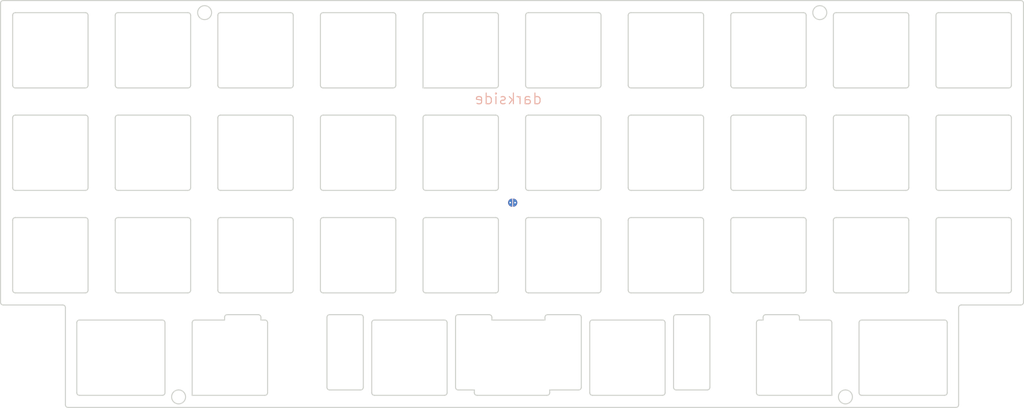
<source format=kicad_pcb>
(kicad_pcb (version 20171130) (host pcbnew "(5.1.4-0-10_14)")

  (general
    (thickness 1.6)
    (drawings 354)
    (tracks 0)
    (zones 0)
    (modules 1)
    (nets 3)
  )

  (page A4)
  (layers
    (0 F.Cu signal)
    (31 B.Cu signal)
    (32 B.Adhes user)
    (33 F.Adhes user)
    (34 B.Paste user)
    (35 F.Paste user)
    (36 B.SilkS user)
    (37 F.SilkS user)
    (38 B.Mask user)
    (39 F.Mask user)
    (40 Dwgs.User user)
    (41 Cmts.User user)
    (42 Eco1.User user)
    (43 Eco2.User user)
    (44 Edge.Cuts user)
    (45 Margin user)
    (46 B.CrtYd user)
    (47 F.CrtYd user)
    (48 B.Fab user)
    (49 F.Fab user)
  )

  (setup
    (last_trace_width 0.25)
    (trace_clearance 0.2)
    (zone_clearance 0.508)
    (zone_45_only no)
    (trace_min 0.2)
    (via_size 0.8)
    (via_drill 0.4)
    (via_min_size 0.4)
    (via_min_drill 0.3)
    (uvia_size 0.3)
    (uvia_drill 0.1)
    (uvias_allowed no)
    (uvia_min_size 0.2)
    (uvia_min_drill 0.1)
    (edge_width 0.05)
    (segment_width 0.2)
    (pcb_text_width 0.3)
    (pcb_text_size 1.5 1.5)
    (mod_edge_width 0.12)
    (mod_text_size 1 1)
    (mod_text_width 0.15)
    (pad_size 1.524 1.524)
    (pad_drill 0.762)
    (pad_to_mask_clearance 0.051)
    (solder_mask_min_width 0.25)
    (aux_axis_origin 0 0)
    (visible_elements FFFFFF7F)
    (pcbplotparams
      (layerselection 0x010fc_ffffffff)
      (usegerberextensions false)
      (usegerberattributes false)
      (usegerberadvancedattributes false)
      (creategerberjobfile false)
      (excludeedgelayer true)
      (linewidth 0.100000)
      (plotframeref false)
      (viasonmask false)
      (mode 1)
      (useauxorigin false)
      (hpglpennumber 1)
      (hpglpenspeed 20)
      (hpglpendiameter 15.000000)
      (psnegative false)
      (psa4output false)
      (plotreference true)
      (plotvalue true)
      (plotinvisibletext false)
      (padsonsilk false)
      (subtractmaskfromsilk false)
      (outputformat 1)
      (mirror false)
      (drillshape 0)
      (scaleselection 1)
      (outputdirectory "gerbers/33_skeleton_top_plate/"))
  )

  (net 0 "")
  (net 1 "Net-(JP1-Pad2)")
  (net 2 "Net-(JP1-Pad1)")

  (net_class Default "This is the default net class."
    (clearance 0.2)
    (trace_width 0.25)
    (via_dia 0.8)
    (via_drill 0.4)
    (uvia_dia 0.3)
    (uvia_drill 0.1)
    (add_net "Net-(JP1-Pad1)")
    (add_net "Net-(JP1-Pad2)")
  )

  (module Keebio-Parts:solder_jumper (layer F.Cu) (tedit 5699098E) (tstamp 5F3B4B7F)
    (at 166.25 93.125)
    (path /5F3B4BBC)
    (solder_mask_margin 0.001)
    (solder_paste_margin -0.02)
    (clearance 0.001)
    (fp_text reference JP1 (at -0.508 1.016) (layer Cmts.User) hide
      (effects (font (size 0.3 0.3) (thickness 0.03)))
    )
    (fp_text value Jumper_NO_Small (at 0 -1.524) (layer F.SilkS) hide
      (effects (font (size 0.4 0.4) (thickness 0.04)))
    )
    (fp_poly (pts (xy 0.1 0.75) (xy 0.3565 0.7048) (xy 0.5821 0.5745) (xy 0.7495 0.375)
      (xy 0.8386 0.1302) (xy 0.8386 -0.1302) (xy 0.7495 -0.375) (xy 0.5821 -0.5745)
      (xy 0.3565 -0.7048) (xy 0.1 -0.75) (xy 0.1 0.75)) (layer B.Cu) (width 0.01))
    (fp_poly (pts (xy -0.1 -0.75) (xy -0.3565 -0.7048) (xy -0.5821 -0.5745) (xy -0.7495 -0.375)
      (xy -0.8386 -0.1302) (xy -0.8386 0.1302) (xy -0.7495 0.375) (xy -0.5821 0.5745)
      (xy -0.3565 0.7048) (xy -0.1 0.75) (xy -0.1 -0.75)) (layer B.Cu) (width 0.01))
    (fp_poly (pts (xy 0.1 0.75) (xy 0.3565 0.7048) (xy 0.5821 0.5745) (xy 0.7495 0.375)
      (xy 0.8386 0.1302) (xy 0.8386 -0.1302) (xy 0.7495 -0.375) (xy 0.5821 -0.5745)
      (xy 0.3565 -0.7048) (xy 0.1 -0.75) (xy 0.1 0.75)) (layer F.Cu) (width 0.01))
    (fp_poly (pts (xy -0.1 -0.75) (xy -0.3565 -0.7048) (xy -0.5821 -0.5745) (xy -0.7495 -0.375)
      (xy -0.8386 -0.1302) (xy -0.8386 0.1302) (xy -0.7495 0.375) (xy -0.5821 0.5745)
      (xy -0.3565 0.7048) (xy -0.1 0.75) (xy -0.1 -0.75)) (layer F.Cu) (width 0.01))
    (pad 2 thru_hole circle (at 0.45 0) (size 0.4 0.4) (drill 0.3) (layers *.Cu *.Mask)
      (net 1 "Net-(JP1-Pad2)"))
    (pad 1 thru_hole circle (at -0.45 0) (size 0.4 0.4) (drill 0.3) (layers *.Cu *.Mask)
      (net 2 "Net-(JP1-Pad1)"))
  )

  (gr_text darkside (at 165.425 73.825) (layer B.SilkS)
    (effects (font (size 2 2) (thickness 0.2)) (justify mirror))
  )
  (gr_arc (start 144.05 109.4) (end 144.05 109.900001) (angle -90) (layer Edge.Cuts) (width 0.2))
  (gr_line (start 131.049999 109.900001) (end 144.05 109.900001) (layer Edge.Cuts) (width 0.2))
  (gr_arc (start 107.2375 115.450001) (end 107.2375 114.950001) (angle -90) (layer Edge.Cuts) (width 0.2))
  (gr_arc (start 92.95 96.400001) (end 92.95 95.900001) (angle -90) (layer Edge.Cuts) (width 0.2))
  (gr_line (start 105.949999 95.9) (end 92.95 95.900001) (layer Edge.Cuts) (width 0.2))
  (gr_arc (start 105.949999 96.400001) (end 106.45 96.400001) (angle -90) (layer Edge.Cuts) (width 0.2))
  (gr_line (start 106.449999 109.400001) (end 106.45 96.400001) (layer Edge.Cuts) (width 0.2))
  (gr_arc (start 105.949999 109.400001) (end 105.949999 109.900001) (angle -90) (layer Edge.Cuts) (width 0.2))
  (gr_arc (start 201.2 77.350001) (end 201.7 77.350001) (angle -90) (layer Edge.Cuts) (width 0.2))
  (gr_line (start 201.7 90.35) (end 201.7 77.350001) (layer Edge.Cuts) (width 0.2))
  (gr_arc (start 140.575 115.450001) (end 140.575 114.950001) (angle -90) (layer Edge.Cuts) (width 0.2))
  (gr_line (start 85.80625 128.950001) (end 101.1875 128.950001) (layer Edge.Cuts) (width 0.2))
  (gr_circle (center 104.2125 129.240001) (end 105.5125 129.240001) (layer Edge.Cuts) (width 0.2))
  (gr_line (start 124.999999 109.900001) (end 111.999999 109.900001) (layer Edge.Cuts) (width 0.2))
  (gr_arc (start 124.999999 109.400001) (end 124.999999 109.900001) (angle -90) (layer Edge.Cuts) (width 0.2))
  (gr_line (start 125.5 96.400001) (end 125.499999 109.400001) (layer Edge.Cuts) (width 0.2))
  (gr_line (start 153.575 114.950001) (end 140.575 114.950001) (layer Edge.Cuts) (width 0.2))
  (gr_arc (start 153.575 115.450001) (end 154.075 115.450001) (angle -90) (layer Edge.Cuts) (width 0.2))
  (gr_line (start 154.075 128.450001) (end 154.075 115.450001) (layer Edge.Cuts) (width 0.2))
  (gr_arc (start 153.575 128.450001) (end 153.575 128.950001) (angle -90) (layer Edge.Cuts) (width 0.2))
  (gr_line (start 140.575 128.950001) (end 153.575 128.950001) (layer Edge.Cuts) (width 0.2))
  (gr_arc (start 140.575 128.450002) (end 140.075 128.450001) (angle -90) (layer Edge.Cuts) (width 0.2))
  (gr_line (start 140.075 115.450001) (end 140.075 128.450001) (layer Edge.Cuts) (width 0.2))
  (gr_arc (start 132.262 114.450001) (end 132.262 113.950001) (angle -90) (layer Edge.Cuts) (width 0.2))
  (gr_line (start 138.012 113.950001) (end 132.262 113.950001) (layer Edge.Cuts) (width 0.2))
  (gr_arc (start 138.012 114.450001) (end 138.512 114.450001) (angle -90) (layer Edge.Cuts) (width 0.2))
  (gr_line (start 138.511999 127.45) (end 138.512 114.450001) (layer Edge.Cuts) (width 0.2))
  (gr_arc (start 138.011999 127.450001) (end 138.012 127.950001) (angle -90) (layer Edge.Cuts) (width 0.2))
  (gr_line (start 220.25 90.850001) (end 207.25 90.850001) (layer Edge.Cuts) (width 0.2))
  (gr_arc (start 220.25 90.350001) (end 220.25 90.850001) (angle -90) (layer Edge.Cuts) (width 0.2))
  (gr_line (start 220.75 77.350001) (end 220.749999 90.350001) (layer Edge.Cuts) (width 0.2))
  (gr_arc (start 220.25 77.350001) (end 220.75 77.350001) (angle -90) (layer Edge.Cuts) (width 0.2))
  (gr_line (start 207.249999 76.850001) (end 220.25 76.850001) (layer Edge.Cuts) (width 0.2))
  (gr_arc (start 207.25 77.35) (end 207.249999 76.850001) (angle -90) (layer Edge.Cuts) (width 0.2))
  (gr_arc (start 144.05 71.3) (end 144.05 71.8) (angle -90) (layer Edge.Cuts) (width 0.2))
  (gr_line (start 131.05 71.8) (end 144.05 71.8) (layer Edge.Cuts) (width 0.2))
  (gr_arc (start 131.05 71.3) (end 130.55 71.3) (angle -90) (layer Edge.Cuts) (width 0.2))
  (gr_line (start 130.55 58.300001) (end 130.55 71.3) (layer Edge.Cuts) (width 0.2))
  (gr_arc (start 131.05 58.300001) (end 131.05 57.800001) (angle -90) (layer Edge.Cuts) (width 0.2))
  (gr_line (start 144.05 57.800001) (end 131.05 57.800001) (layer Edge.Cuts) (width 0.2))
  (gr_arc (start 144.05 58.300002) (end 144.55 58.300001) (angle -90) (layer Edge.Cuts) (width 0.2))
  (gr_line (start 144.55 71.3) (end 144.55 58.300001) (layer Edge.Cuts) (width 0.2))
  (gr_line (start 149.6 71.8) (end 149.6 58.300001) (layer Edge.Cuts) (width 0.2))
  (gr_line (start 163.1 71.8) (end 149.6 71.8) (layer Edge.Cuts) (width 0.2))
  (gr_arc (start 163.1 71.3) (end 163.1 71.8) (angle -90) (layer Edge.Cuts) (width 0.2))
  (gr_line (start 163.6 58.300001) (end 163.6 71.3) (layer Edge.Cuts) (width 0.2))
  (gr_arc (start 163.1 58.300002) (end 163.6 58.300001) (angle -90) (layer Edge.Cuts) (width 0.2))
  (gr_line (start 150.1 57.800001) (end 163.1 57.800001) (layer Edge.Cuts) (width 0.2))
  (gr_arc (start 150.1 58.300001) (end 150.1 57.800001) (angle -90) (layer Edge.Cuts) (width 0.2))
  (gr_line (start 112 57.800001) (end 124.999999 57.8) (layer Edge.Cuts) (width 0.2))
  (gr_arc (start 112 58.300002) (end 112 57.800001) (angle -90) (layer Edge.Cuts) (width 0.2))
  (gr_line (start 111.5 71.3) (end 111.5 58.300001) (layer Edge.Cuts) (width 0.2))
  (gr_arc (start 112 71.3) (end 111.5 71.3) (angle -90) (layer Edge.Cuts) (width 0.2))
  (gr_line (start 124.999999 71.8) (end 112 71.8) (layer Edge.Cuts) (width 0.2))
  (gr_line (start 124.999999 76.85) (end 112 76.850001) (layer Edge.Cuts) (width 0.2))
  (gr_line (start 206.75 90.35) (end 206.750001 77.350001) (layer Edge.Cuts) (width 0.2))
  (gr_arc (start 207.25 90.350001) (end 206.75 90.35) (angle -90) (layer Edge.Cuts) (width 0.2))
  (gr_line (start 112.75 114.950001) (end 107.2375 114.950001) (layer Edge.Cuts) (width 0.2))
  (gr_line (start 112.75 114.450001) (end 112.75 114.950001) (layer Edge.Cuts) (width 0.2))
  (gr_arc (start 113.25 114.450002) (end 113.25 113.950001) (angle -90) (layer Edge.Cuts) (width 0.2))
  (gr_line (start 119 113.950001) (end 113.25 113.950001) (layer Edge.Cuts) (width 0.2))
  (gr_arc (start 119 114.450002) (end 119.5 114.450001) (angle -90) (layer Edge.Cuts) (width 0.2))
  (gr_line (start 119.5 114.950001) (end 119.5 114.450001) (layer Edge.Cuts) (width 0.2))
  (gr_line (start 120.2375 114.950001) (end 119.5 114.950001) (layer Edge.Cuts) (width 0.2))
  (gr_arc (start 120.2375 115.450001) (end 120.7375 115.450001) (angle -90) (layer Edge.Cuts) (width 0.2))
  (gr_line (start 120.737499 128.45) (end 120.7375 115.450001) (layer Edge.Cuts) (width 0.2))
  (gr_arc (start 120.237499 128.450001) (end 120.2375 128.950001) (angle -90) (layer Edge.Cuts) (width 0.2))
  (gr_line (start 106.7375 128.950001) (end 120.2375 128.950001) (layer Edge.Cuts) (width 0.2))
  (gr_line (start 106.7375 115.450001) (end 106.7375 128.950001) (layer Edge.Cuts) (width 0.2))
  (gr_line (start 178.99325 114.450001) (end 178.993249 127.45) (layer Edge.Cuts) (width 0.2))
  (gr_arc (start 178.49325 114.450001) (end 178.99325 114.450001) (angle -90) (layer Edge.Cuts) (width 0.2))
  (gr_line (start 73.4 71.3) (end 73.399999 58.3) (layer Edge.Cuts) (width 0.2))
  (gr_arc (start 73.9 71.3) (end 73.4 71.3) (angle -90) (layer Edge.Cuts) (width 0.2))
  (gr_line (start 86.9 109.900001) (end 73.899999 109.900001) (layer Edge.Cuts) (width 0.2))
  (gr_arc (start 86.899999 109.400001) (end 86.9 109.900001) (angle -90) (layer Edge.Cuts) (width 0.2))
  (gr_line (start 87.4 96.400001) (end 87.399999 109.4) (layer Edge.Cuts) (width 0.2))
  (gr_arc (start 86.899999 96.400001) (end 87.4 96.400001) (angle -90) (layer Edge.Cuts) (width 0.2))
  (gr_line (start 73.9 95.900001) (end 86.899999 95.9) (layer Edge.Cuts) (width 0.2))
  (gr_arc (start 73.9 96.400001) (end 73.9 95.900001) (angle -90) (layer Edge.Cuts) (width 0.2))
  (gr_line (start 73.4 109.4) (end 73.4 96.400001) (layer Edge.Cuts) (width 0.2))
  (gr_arc (start 73.9 109.400001) (end 73.4 109.4) (angle -90) (layer Edge.Cuts) (width 0.2))
  (gr_arc (start 73.9 77.350002) (end 73.9 76.850001) (angle -90) (layer Edge.Cuts) (width 0.2))
  (gr_line (start 86.9 76.850001) (end 73.9 76.850001) (layer Edge.Cuts) (width 0.2))
  (gr_arc (start 86.9 77.350001) (end 87.4 77.350001) (angle -90) (layer Edge.Cuts) (width 0.2))
  (gr_line (start 87.399999 90.349999) (end 87.4 77.350001) (layer Edge.Cuts) (width 0.2))
  (gr_arc (start 86.899999 90.35) (end 86.9 90.850001) (angle -90) (layer Edge.Cuts) (width 0.2))
  (gr_line (start 73.9 90.85) (end 86.9 90.850001) (layer Edge.Cuts) (width 0.2))
  (gr_arc (start 73.9 90.35) (end 73.4 90.35) (angle -90) (layer Edge.Cuts) (width 0.2))
  (gr_line (start 73.4 77.350001) (end 73.4 90.35) (layer Edge.Cuts) (width 0.2))
  (gr_line (start 169.15 76.850001) (end 182.15 76.850001) (layer Edge.Cuts) (width 0.2))
  (gr_arc (start 169.15 77.350002) (end 169.15 76.850001) (angle -90) (layer Edge.Cuts) (width 0.2))
  (gr_line (start 168.65 90.35) (end 168.65 77.350001) (layer Edge.Cuts) (width 0.2))
  (gr_arc (start 169.15 90.35) (end 168.65 90.35) (angle -90) (layer Edge.Cuts) (width 0.2))
  (gr_line (start 182.15 90.850001) (end 169.15 90.850001) (layer Edge.Cuts) (width 0.2))
  (gr_arc (start 182.15 90.350001) (end 182.15 90.850001) (angle -90) (layer Edge.Cuts) (width 0.2))
  (gr_line (start 182.65 77.350001) (end 182.65 90.35) (layer Edge.Cuts) (width 0.2))
  (gr_arc (start 182.15 77.350001) (end 182.65 77.350001) (angle -90) (layer Edge.Cuts) (width 0.2))
  (gr_arc (start 85.80625 128.450001) (end 85.30625 128.450001) (angle -90) (layer Edge.Cuts) (width 0.2))
  (gr_line (start 85.30625 115.450001) (end 85.30625 128.450001) (layer Edge.Cuts) (width 0.2))
  (gr_arc (start 85.80625 115.450001) (end 85.80625 114.950001) (angle -90) (layer Edge.Cuts) (width 0.2))
  (gr_line (start 101.187499 114.95) (end 85.80625 114.950001) (layer Edge.Cuts) (width 0.2))
  (gr_arc (start 101.187499 115.450001) (end 101.6875 115.450001) (angle -90) (layer Edge.Cuts) (width 0.2))
  (gr_line (start 101.6875 128.450001) (end 101.6875 115.450001) (layer Edge.Cuts) (width 0.2))
  (gr_arc (start 101.1875 128.450001) (end 101.1875 128.950001) (angle -90) (layer Edge.Cuts) (width 0.2))
  (gr_arc (start 124.999999 71.3) (end 124.999999 71.8) (angle -90) (layer Edge.Cuts) (width 0.2))
  (gr_line (start 125.5 58.300001) (end 125.499999 71.3) (layer Edge.Cuts) (width 0.2))
  (gr_arc (start 124.999999 58.300001) (end 125.5 58.300001) (angle -90) (layer Edge.Cuts) (width 0.2))
  (gr_arc (start 169.15 58.300001) (end 169.15 57.800001) (angle -90) (layer Edge.Cuts) (width 0.2))
  (gr_line (start 182.15 57.800001) (end 169.15 57.800001) (layer Edge.Cuts) (width 0.2))
  (gr_arc (start 182.15 58.300001) (end 182.65 58.300001) (angle -90) (layer Edge.Cuts) (width 0.2))
  (gr_line (start 182.65 71.3) (end 182.65 58.300001) (layer Edge.Cuts) (width 0.2))
  (gr_arc (start 182.15 71.3) (end 182.15 71.8) (angle -90) (layer Edge.Cuts) (width 0.2))
  (gr_line (start 169.15 71.8) (end 182.15 71.8) (layer Edge.Cuts) (width 0.2))
  (gr_arc (start 169.15 71.3) (end 168.65 71.3) (angle -90) (layer Edge.Cuts) (width 0.2))
  (gr_line (start 168.65 58.300001) (end 168.65 71.3) (layer Edge.Cuts) (width 0.2))
  (gr_arc (start 188.199999 58.3) (end 188.199999 57.800001) (angle -90) (layer Edge.Cuts) (width 0.2))
  (gr_line (start 201.2 57.800001) (end 188.199999 57.800001) (layer Edge.Cuts) (width 0.2))
  (gr_arc (start 201.2 58.300001) (end 201.7 58.300001) (angle -90) (layer Edge.Cuts) (width 0.2))
  (gr_line (start 201.7 71.3) (end 201.7 58.300001) (layer Edge.Cuts) (width 0.2))
  (gr_arc (start 201.2 71.3) (end 201.2 71.8) (angle -90) (layer Edge.Cuts) (width 0.2))
  (gr_line (start 188.2 71.8) (end 201.2 71.8) (layer Edge.Cuts) (width 0.2))
  (gr_arc (start 188.2 71.3) (end 187.7 71.3) (angle -90) (layer Edge.Cuts) (width 0.2))
  (gr_line (start 187.7 58.3) (end 187.7 71.3) (layer Edge.Cuts) (width 0.2))
  (gr_line (start 206.75 71.3) (end 206.750001 58.300001) (layer Edge.Cuts) (width 0.2))
  (gr_arc (start 207.25 71.3) (end 206.75 71.3) (angle -90) (layer Edge.Cuts) (width 0.2))
  (gr_line (start 220.25 71.8) (end 207.25 71.8) (layer Edge.Cuts) (width 0.2))
  (gr_arc (start 220.25 71.300001) (end 220.25 71.8) (angle -90) (layer Edge.Cuts) (width 0.2))
  (gr_line (start 220.75 58.300001) (end 220.749999 71.300001) (layer Edge.Cuts) (width 0.2))
  (gr_arc (start 220.25 58.300001) (end 220.75 58.300001) (angle -90) (layer Edge.Cuts) (width 0.2))
  (gr_line (start 207.249999 57.800001) (end 220.25 57.800001) (layer Edge.Cuts) (width 0.2))
  (gr_arc (start 207.25 58.3) (end 207.249999 57.800001) (angle -90) (layer Edge.Cuts) (width 0.2))
  (gr_circle (center 223.275 57.800001) (end 224.575 57.800001) (layer Edge.Cuts) (width 0.2))
  (gr_line (start 86.9 71.8) (end 73.9 71.8) (layer Edge.Cuts) (width 0.2))
  (gr_arc (start 86.9 71.3) (end 86.9 71.8) (angle -90) (layer Edge.Cuts) (width 0.2))
  (gr_line (start 92.949999 109.900001) (end 105.949999 109.900001) (layer Edge.Cuts) (width 0.2))
  (gr_arc (start 92.95 109.400001) (end 92.45 109.4) (angle -90) (layer Edge.Cuts) (width 0.2))
  (gr_line (start 92.45 96.400001) (end 92.45 109.4) (layer Edge.Cuts) (width 0.2))
  (gr_arc (start 150.1 77.350001) (end 150.1 76.850001) (angle -90) (layer Edge.Cuts) (width 0.2))
  (gr_line (start 163.1 76.850001) (end 150.1 76.850001) (layer Edge.Cuts) (width 0.2))
  (gr_arc (start 163.1 77.350002) (end 163.6 77.350001) (angle -90) (layer Edge.Cuts) (width 0.2))
  (gr_line (start 163.6 90.35) (end 163.6 77.350001) (layer Edge.Cuts) (width 0.2))
  (gr_arc (start 163.1 90.35) (end 163.1 90.850001) (angle -90) (layer Edge.Cuts) (width 0.2))
  (gr_line (start 150.1 90.85) (end 163.1 90.850001) (layer Edge.Cuts) (width 0.2))
  (gr_arc (start 150.1 90.35) (end 149.6 90.35) (angle -90) (layer Edge.Cuts) (width 0.2))
  (gr_line (start 149.6 77.350001) (end 149.6 90.35) (layer Edge.Cuts) (width 0.2))
  (gr_line (start 105.949999 90.850001) (end 92.95 90.850001) (layer Edge.Cuts) (width 0.2))
  (gr_line (start 132.262 127.950001) (end 138.012 127.950001) (layer Edge.Cuts) (width 0.2))
  (gr_arc (start 132.262 127.450002) (end 131.762 127.450001) (angle -90) (layer Edge.Cuts) (width 0.2))
  (gr_line (start 131.762 114.450001) (end 131.762 127.450001) (layer Edge.Cuts) (width 0.2))
  (gr_arc (start 131.05 109.400001) (end 130.55 109.4) (angle -90) (layer Edge.Cuts) (width 0.2))
  (gr_line (start 130.55 96.400001) (end 130.55 109.4) (layer Edge.Cuts) (width 0.2))
  (gr_arc (start 131.05 96.400001) (end 131.05 95.900001) (angle -90) (layer Edge.Cuts) (width 0.2))
  (gr_arc (start 105.949999 90.35) (end 105.949999 90.850001) (angle -90) (layer Edge.Cuts) (width 0.2))
  (gr_line (start 106.45 77.350001) (end 106.449999 90.35) (layer Edge.Cuts) (width 0.2))
  (gr_arc (start 105.949999 77.350001) (end 106.45 77.350001) (angle -90) (layer Edge.Cuts) (width 0.2))
  (gr_line (start 92.95 76.850001) (end 105.949999 76.850001) (layer Edge.Cuts) (width 0.2))
  (gr_arc (start 92.95 77.350002) (end 92.95 76.850001) (angle -90) (layer Edge.Cuts) (width 0.2))
  (gr_line (start 92.45 90.35) (end 92.45 77.350001) (layer Edge.Cuts) (width 0.2))
  (gr_arc (start 92.95 90.35) (end 92.45 90.35) (angle -90) (layer Edge.Cuts) (width 0.2))
  (gr_line (start 131.05 76.850001) (end 144.05 76.850001) (layer Edge.Cuts) (width 0.2))
  (gr_arc (start 131.05 77.350001) (end 131.05 76.850001) (angle -90) (layer Edge.Cuts) (width 0.2))
  (gr_line (start 130.55 90.35) (end 130.55 77.350001) (layer Edge.Cuts) (width 0.2))
  (gr_arc (start 131.05 90.350001) (end 130.55 90.35) (angle -90) (layer Edge.Cuts) (width 0.2))
  (gr_line (start 144.05 90.850001) (end 131.05 90.850001) (layer Edge.Cuts) (width 0.2))
  (gr_arc (start 144.05 90.35) (end 144.05 90.850001) (angle -90) (layer Edge.Cuts) (width 0.2))
  (gr_line (start 144.55 77.350001) (end 144.55 90.35) (layer Edge.Cuts) (width 0.2))
  (gr_arc (start 144.05 77.350002) (end 144.55 77.350001) (angle -90) (layer Edge.Cuts) (width 0.2))
  (gr_arc (start 201.2 90.350001) (end 201.2 90.850001) (angle -90) (layer Edge.Cuts) (width 0.2))
  (gr_line (start 188.2 90.85) (end 201.2 90.850001) (layer Edge.Cuts) (width 0.2))
  (gr_arc (start 188.2 90.35) (end 187.7 90.35) (angle -90) (layer Edge.Cuts) (width 0.2))
  (gr_line (start 187.7 77.35) (end 187.7 90.35) (layer Edge.Cuts) (width 0.2))
  (gr_arc (start 188.199999 77.35) (end 188.199999 76.850001) (angle -90) (layer Edge.Cuts) (width 0.2))
  (gr_line (start 201.2 76.850001) (end 188.199999 76.850001) (layer Edge.Cuts) (width 0.2))
  (gr_line (start 144.05 95.900001) (end 131.05 95.900001) (layer Edge.Cuts) (width 0.2))
  (gr_arc (start 144.05 96.400001) (end 144.55 96.400001) (angle -90) (layer Edge.Cuts) (width 0.2))
  (gr_line (start 144.550001 109.4) (end 144.55 96.400001) (layer Edge.Cuts) (width 0.2))
  (gr_line (start 92.45 58.300001) (end 92.45 71.3) (layer Edge.Cuts) (width 0.2))
  (gr_arc (start 124.999999 77.350001) (end 125.5 77.350001) (angle -90) (layer Edge.Cuts) (width 0.2))
  (gr_line (start 125.499999 90.35) (end 125.5 77.350001) (layer Edge.Cuts) (width 0.2))
  (gr_arc (start 124.999999 90.35) (end 124.999999 90.850001) (angle -90) (layer Edge.Cuts) (width 0.2))
  (gr_line (start 112 90.85) (end 124.999999 90.850001) (layer Edge.Cuts) (width 0.2))
  (gr_arc (start 112 90.35) (end 111.5 90.35) (angle -90) (layer Edge.Cuts) (width 0.2))
  (gr_line (start 111.5 77.350001) (end 111.5 90.35) (layer Edge.Cuts) (width 0.2))
  (gr_arc (start 112 77.350002) (end 112 76.850001) (angle -90) (layer Edge.Cuts) (width 0.2))
  (gr_circle (center 109.044001 57.800001) (end 110.344001 57.800001) (layer Edge.Cuts) (width 0.2))
  (gr_arc (start 92.95 58.300002) (end 92.95 57.800001) (angle -90) (layer Edge.Cuts) (width 0.2))
  (gr_line (start 105.949999 57.8) (end 92.95 57.800001) (layer Edge.Cuts) (width 0.2))
  (gr_arc (start 105.949999 58.300001) (end 106.45 58.300001) (angle -90) (layer Edge.Cuts) (width 0.2))
  (gr_line (start 106.449999 71.3) (end 106.45 58.300001) (layer Edge.Cuts) (width 0.2))
  (gr_arc (start 105.949999 71.3) (end 105.949999 71.8) (angle -90) (layer Edge.Cuts) (width 0.2))
  (gr_line (start 92.95 71.8) (end 105.949999 71.8) (layer Edge.Cuts) (width 0.2))
  (gr_arc (start 92.95 71.3) (end 92.45 71.3) (angle -90) (layer Edge.Cuts) (width 0.2))
  (gr_arc (start 219 114.450001) (end 219.5 114.450001) (angle -90) (layer Edge.Cuts) (width 0.2))
  (gr_line (start 213.25 113.950001) (end 219 113.950001) (layer Edge.Cuts) (width 0.2))
  (gr_arc (start 213.250001 114.45) (end 213.25 113.950001) (angle -90) (layer Edge.Cuts) (width 0.2))
  (gr_line (start 212.75 114.950001) (end 212.750002 114.45) (layer Edge.Cuts) (width 0.2))
  (gr_line (start 212.012499 114.950001) (end 212.75 114.950001) (layer Edge.Cuts) (width 0.2))
  (gr_arc (start 212.0125 115.450001) (end 212.012499 114.950001) (angle -90) (layer Edge.Cuts) (width 0.2))
  (gr_line (start 211.512499 128.450001) (end 211.5125 115.450002) (layer Edge.Cuts) (width 0.2))
  (gr_arc (start 212.012499 128.450001) (end 211.512499 128.450001) (angle -90) (layer Edge.Cuts) (width 0.2))
  (gr_line (start 225.5125 128.950001) (end 212.012499 128.950001) (layer Edge.Cuts) (width 0.2))
  (gr_line (start 225.5125 115.450001) (end 225.5125 128.950001) (layer Edge.Cuts) (width 0.2))
  (gr_arc (start 225.012499 115.450001) (end 225.5125 115.450001) (angle -90) (layer Edge.Cuts) (width 0.2))
  (gr_arc (start 220.25 109.400001) (end 220.25 109.900001) (angle -90) (layer Edge.Cuts) (width 0.2))
  (gr_line (start 207.249999 109.900001) (end 220.25 109.900001) (layer Edge.Cuts) (width 0.2))
  (gr_arc (start 207.25 109.400001) (end 206.75 109.4) (angle -90) (layer Edge.Cuts) (width 0.2))
  (gr_line (start 206.750001 96.400001) (end 206.75 109.4) (layer Edge.Cuts) (width 0.2))
  (gr_arc (start 207.25 96.4) (end 207.249999 95.900001) (angle -90) (layer Edge.Cuts) (width 0.2))
  (gr_line (start 220.25 95.900001) (end 207.249999 95.900001) (layer Edge.Cuts) (width 0.2))
  (gr_arc (start 220.25 96.400001) (end 220.75 96.400001) (angle -90) (layer Edge.Cuts) (width 0.2))
  (gr_line (start 220.75 109.400001) (end 220.75 96.400001) (layer Edge.Cuts) (width 0.2))
  (gr_circle (center 228.0375 129.240001) (end 229.3375 129.240001) (layer Edge.Cuts) (width 0.2))
  (gr_line (start 219.5 114.950001) (end 225.012499 114.95) (layer Edge.Cuts) (width 0.2))
  (gr_line (start 219.5 114.450001) (end 219.5 114.950001) (layer Edge.Cuts) (width 0.2))
  (gr_arc (start 231.0625 128.450001) (end 230.5625 128.450001) (angle -90) (layer Edge.Cuts) (width 0.2))
  (gr_line (start 246.44375 128.950001) (end 231.0625 128.950001) (layer Edge.Cuts) (width 0.2))
  (gr_arc (start 246.44375 128.450001) (end 246.44375 128.950001) (angle -90) (layer Edge.Cuts) (width 0.2))
  (gr_line (start 246.94375 115.450001) (end 246.94375 128.450001) (layer Edge.Cuts) (width 0.2))
  (gr_arc (start 246.44375 115.450001) (end 246.94375 115.450001) (angle -90) (layer Edge.Cuts) (width 0.2))
  (gr_line (start 231.0625 114.950001) (end 246.44375 114.950001) (layer Edge.Cuts) (width 0.2))
  (gr_arc (start 231.0625 115.450001) (end 231.0625 114.950001) (angle -90) (layer Edge.Cuts) (width 0.2))
  (gr_line (start 226.299999 76.850001) (end 239.3 76.850001) (layer Edge.Cuts) (width 0.2))
  (gr_arc (start 226.3 77.35) (end 226.299999 76.850001) (angle -90) (layer Edge.Cuts) (width 0.2))
  (gr_line (start 225.8 90.35) (end 225.800001 77.350001) (layer Edge.Cuts) (width 0.2))
  (gr_arc (start 226.300001 90.350001) (end 225.8 90.35) (angle -90) (layer Edge.Cuts) (width 0.2))
  (gr_line (start 239.3 90.850001) (end 226.3 90.850001) (layer Edge.Cuts) (width 0.2))
  (gr_arc (start 239.3 90.350002) (end 239.3 90.850001) (angle -90) (layer Edge.Cuts) (width 0.2))
  (gr_line (start 239.8 77.350001) (end 239.799999 90.350001) (layer Edge.Cuts) (width 0.2))
  (gr_arc (start 239.3 77.350001) (end 239.8 77.350001) (angle -90) (layer Edge.Cuts) (width 0.2))
  (gr_line (start 230.5625 128.450001) (end 230.5625 115.450002) (layer Edge.Cuts) (width 0.2))
  (gr_line (start 245.35 57.800001) (end 258.35 57.800001) (layer Edge.Cuts) (width 0.2))
  (gr_arc (start 245.35 58.3) (end 245.35 57.800001) (angle -90) (layer Edge.Cuts) (width 0.2))
  (gr_line (start 244.85 71.3) (end 244.850001 58.3) (layer Edge.Cuts) (width 0.2))
  (gr_arc (start 245.350001 71.3) (end 244.85 71.3) (angle -90) (layer Edge.Cuts) (width 0.2))
  (gr_line (start 258.35 71.8) (end 245.35 71.8) (layer Edge.Cuts) (width 0.2))
  (gr_arc (start 258.35 71.300001) (end 258.35 71.8) (angle -90) (layer Edge.Cuts) (width 0.2))
  (gr_line (start 258.85 58.300001) (end 258.849999 71.300001) (layer Edge.Cuts) (width 0.2))
  (gr_arc (start 258.35 58.300001) (end 258.85 58.300001) (angle -90) (layer Edge.Cuts) (width 0.2))
  (gr_line (start 258.85 77.350001) (end 258.849999 90.350001) (layer Edge.Cuts) (width 0.2))
  (gr_arc (start 258.35 77.350001) (end 258.85 77.350001) (angle -90) (layer Edge.Cuts) (width 0.2))
  (gr_line (start 245.35 76.850001) (end 258.35 76.850001) (layer Edge.Cuts) (width 0.2))
  (gr_arc (start 245.35 77.35) (end 245.35 76.850001) (angle -90) (layer Edge.Cuts) (width 0.2))
  (gr_line (start 244.85 90.35) (end 244.850001 77.35) (layer Edge.Cuts) (width 0.2))
  (gr_arc (start 245.350001 90.350001) (end 244.85 90.35) (angle -90) (layer Edge.Cuts) (width 0.2))
  (gr_line (start 258.35 90.850001) (end 245.35 90.850001) (layer Edge.Cuts) (width 0.2))
  (gr_arc (start 258.35 90.350001) (end 258.35 90.850001) (angle -90) (layer Edge.Cuts) (width 0.2))
  (gr_line (start 226.299999 57.800001) (end 239.3 57.800001) (layer Edge.Cuts) (width 0.2))
  (gr_arc (start 226.3 58.3) (end 226.299999 57.800001) (angle -90) (layer Edge.Cuts) (width 0.2))
  (gr_line (start 225.8 71.3) (end 225.800001 58.300001) (layer Edge.Cuts) (width 0.2))
  (gr_arc (start 226.300001 71.3) (end 225.8 71.3) (angle -90) (layer Edge.Cuts) (width 0.2))
  (gr_line (start 239.3 71.8) (end 226.3 71.8) (layer Edge.Cuts) (width 0.2))
  (gr_arc (start 239.3 71.300002) (end 239.3 71.8) (angle -90) (layer Edge.Cuts) (width 0.2))
  (gr_line (start 239.8 58.300001) (end 239.799999 71.300001) (layer Edge.Cuts) (width 0.2))
  (gr_arc (start 239.3 58.300001) (end 239.8 58.300001) (angle -90) (layer Edge.Cuts) (width 0.2))
  (gr_line (start 245.35 95.900001) (end 258.35 95.900001) (layer Edge.Cuts) (width 0.2))
  (gr_arc (start 245.35 96.4) (end 245.35 95.900001) (angle -90) (layer Edge.Cuts) (width 0.2))
  (gr_line (start 244.85 109.4) (end 244.850001 96.4) (layer Edge.Cuts) (width 0.2))
  (gr_arc (start 245.350001 109.400001) (end 244.85 109.4) (angle -90) (layer Edge.Cuts) (width 0.2))
  (gr_line (start 258.35 109.900001) (end 245.349999 109.900001) (layer Edge.Cuts) (width 0.2))
  (gr_arc (start 258.35 109.400001) (end 258.35 109.900001) (angle -90) (layer Edge.Cuts) (width 0.2))
  (gr_line (start 258.85 96.400001) (end 258.85 109.400001) (layer Edge.Cuts) (width 0.2))
  (gr_arc (start 258.35 96.400001) (end 258.85 96.400001) (angle -90) (layer Edge.Cuts) (width 0.2))
  (gr_arc (start 239.3 96.400001) (end 239.8 96.400001) (angle -90) (layer Edge.Cuts) (width 0.2))
  (gr_line (start 239.8 109.400001) (end 239.8 96.400001) (layer Edge.Cuts) (width 0.2))
  (gr_arc (start 239.3 109.400001) (end 239.3 109.900001) (angle -90) (layer Edge.Cuts) (width 0.2))
  (gr_line (start 226.299999 109.900001) (end 239.3 109.900001) (layer Edge.Cuts) (width 0.2))
  (gr_arc (start 226.3 109.400001) (end 225.8 109.4) (angle -90) (layer Edge.Cuts) (width 0.2))
  (gr_line (start 225.800001 96.400001) (end 225.8 109.4) (layer Edge.Cuts) (width 0.2))
  (gr_arc (start 226.3 96.4) (end 226.299999 95.900001) (angle -90) (layer Edge.Cuts) (width 0.2))
  (gr_line (start 239.3 95.900001) (end 226.299999 95.900001) (layer Edge.Cuts) (width 0.2))
  (gr_arc (start 124.999999 96.400001) (end 125.5 96.400001) (angle -90) (layer Edge.Cuts) (width 0.2))
  (gr_line (start 112 95.900001) (end 124.999999 95.9) (layer Edge.Cuts) (width 0.2))
  (gr_arc (start 112 96.400001) (end 112 95.900001) (angle -90) (layer Edge.Cuts) (width 0.2))
  (gr_line (start 111.5 109.4) (end 111.5 96.400001) (layer Edge.Cuts) (width 0.2))
  (gr_arc (start 112 109.400001) (end 111.5 109.4) (angle -90) (layer Edge.Cuts) (width 0.2))
  (gr_line (start 249.053026 130.7) (end 249.053025 112.650001) (layer Edge.Cuts) (width 0.2))
  (gr_line (start 87.4 58.300001) (end 87.4 71.3) (layer Edge.Cuts) (width 0.2))
  (gr_arc (start 86.9 58.300001) (end 87.4 58.300001) (angle -90) (layer Edge.Cuts) (width 0.2))
  (gr_line (start 73.9 57.800001) (end 86.9 57.800001) (layer Edge.Cuts) (width 0.2))
  (gr_arc (start 73.899999 58.300001) (end 73.9 57.800001) (angle -90) (layer Edge.Cuts) (width 0.2))
  (gr_line (start 83.696975 131.2) (end 248.553025 131.200001) (layer Edge.Cuts) (width 0.2))
  (gr_line (start 194.55625 128.449999) (end 194.55625 115.450001) (layer Edge.Cuts) (width 0.2))
  (gr_arc (start 194.056249 128.45) (end 194.05625 128.950001) (angle -90) (layer Edge.Cuts) (width 0.2))
  (gr_line (start 181.05625 128.950001) (end 194.05625 128.950001) (layer Edge.Cuts) (width 0.2))
  (gr_arc (start 181.05625 128.450001) (end 180.55625 128.450001) (angle -90) (layer Edge.Cuts) (width 0.2))
  (gr_line (start 180.55625 115.450001) (end 180.55625 128.450001) (layer Edge.Cuts) (width 0.2))
  (gr_line (start 159.125 127.950001) (end 156.138 127.950001) (layer Edge.Cuts) (width 0.2))
  (gr_line (start 159.125 128.450001) (end 159.125 127.950001) (layer Edge.Cuts) (width 0.2))
  (gr_arc (start 159.625 128.450001) (end 159.125 128.450001) (angle -90) (layer Edge.Cuts) (width 0.2))
  (gr_line (start 172.625 128.950001) (end 159.625 128.950001) (layer Edge.Cuts) (width 0.2))
  (gr_arc (start 172.625 128.450001) (end 172.625 128.950001) (angle -90) (layer Edge.Cuts) (width 0.2))
  (gr_line (start 163.6 109.400001) (end 163.6 96.400001) (layer Edge.Cuts) (width 0.2))
  (gr_arc (start 163.1 109.400001) (end 163.1 109.900001) (angle -90) (layer Edge.Cuts) (width 0.2))
  (gr_line (start 150.099999 109.900001) (end 163.1 109.900001) (layer Edge.Cuts) (width 0.2))
  (gr_line (start 260.6 55.550001) (end 71.65 55.550001) (layer Edge.Cuts) (width 0.2))
  (gr_arc (start 260.6 56.050001) (end 261.1 56.050001) (angle -90) (layer Edge.Cuts) (width 0.2))
  (gr_arc (start 188.2 109.400001) (end 187.7 109.4) (angle -90) (layer Edge.Cuts) (width 0.2))
  (gr_line (start 187.7 96.4) (end 187.7 109.4) (layer Edge.Cuts) (width 0.2))
  (gr_arc (start 188.199999 96.4) (end 188.199999 95.900001) (angle -90) (layer Edge.Cuts) (width 0.2))
  (gr_line (start 201.2 95.900001) (end 188.199999 95.900001) (layer Edge.Cuts) (width 0.2))
  (gr_arc (start 201.2 96.400001) (end 201.7 96.400001) (angle -90) (layer Edge.Cuts) (width 0.2))
  (gr_line (start 201.7 109.400001) (end 201.7 96.400001) (layer Edge.Cuts) (width 0.2))
  (gr_arc (start 150.1 109.400002) (end 149.6 109.4) (angle -90) (layer Edge.Cuts) (width 0.2))
  (gr_line (start 149.6 96.400001) (end 149.6 109.4) (layer Edge.Cuts) (width 0.2))
  (gr_arc (start 201.2 109.400002) (end 201.2 109.900001) (angle -90) (layer Edge.Cuts) (width 0.2))
  (gr_line (start 188.199999 109.900001) (end 201.2 109.900001) (layer Edge.Cuts) (width 0.2))
  (gr_line (start 173.125 127.950001) (end 173.125 128.450001) (layer Edge.Cuts) (width 0.2))
  (gr_line (start 178.49325 127.950001) (end 173.125 127.950001) (layer Edge.Cuts) (width 0.2))
  (gr_arc (start 178.493249 127.450001) (end 178.49325 127.950001) (angle -90) (layer Edge.Cuts) (width 0.2))
  (gr_arc (start 202.36925 114.450001) (end 202.86925 114.450001) (angle -90) (layer Edge.Cuts) (width 0.2))
  (gr_line (start 202.86925 127.450001) (end 202.86925 114.450001) (layer Edge.Cuts) (width 0.2))
  (gr_arc (start 202.36925 127.450001) (end 202.36925 127.950001) (angle -90) (layer Edge.Cuts) (width 0.2))
  (gr_line (start 196.61925 127.950001) (end 202.36925 127.950001) (layer Edge.Cuts) (width 0.2))
  (gr_arc (start 196.61925 127.450001) (end 196.11925 127.450001) (angle -90) (layer Edge.Cuts) (width 0.2))
  (gr_line (start 196.119251 114.45) (end 196.11925 127.450001) (layer Edge.Cuts) (width 0.2))
  (gr_arc (start 248.553025 130.7) (end 248.553025 131.200001) (angle -90) (layer Edge.Cuts) (width 0.2))
  (gr_arc (start 83.696974 130.7) (end 83.196974 130.700001) (angle -90) (layer Edge.Cuts) (width 0.2))
  (gr_line (start 83.196974 112.650001) (end 83.196974 130.700001) (layer Edge.Cuts) (width 0.2))
  (gr_arc (start 82.696974 112.650001) (end 83.196974 112.650001) (angle -90) (layer Edge.Cuts) (width 0.2))
  (gr_line (start 249.553025 112.150001) (end 260.6 112.150001) (layer Edge.Cuts) (width 0.2))
  (gr_arc (start 249.553025 112.650001) (end 249.553025 112.150001) (angle -90) (layer Edge.Cuts) (width 0.2))
  (gr_line (start 172.74325 113.950001) (end 178.49325 113.950001) (layer Edge.Cuts) (width 0.2))
  (gr_arc (start 172.74325 114.450001) (end 172.74325 113.950001) (angle -90) (layer Edge.Cuts) (width 0.2))
  (gr_line (start 172.24325 114.950001) (end 172.24325 114.450001) (layer Edge.Cuts) (width 0.2))
  (gr_line (start 162.388 114.950001) (end 172.24325 114.950001) (layer Edge.Cuts) (width 0.2))
  (gr_line (start 162.388 114.450001) (end 162.388 114.950001) (layer Edge.Cuts) (width 0.2))
  (gr_arc (start 161.888 114.450001) (end 162.388 114.450001) (angle -90) (layer Edge.Cuts) (width 0.2))
  (gr_line (start 156.138 113.950001) (end 161.888001 113.95) (layer Edge.Cuts) (width 0.2))
  (gr_arc (start 156.138 114.450001) (end 156.138 113.950001) (angle -90) (layer Edge.Cuts) (width 0.2))
  (gr_line (start 155.638 127.450001) (end 155.638 114.450001) (layer Edge.Cuts) (width 0.2))
  (gr_arc (start 156.138 127.450001) (end 155.638 127.450001) (angle -90) (layer Edge.Cuts) (width 0.2))
  (gr_arc (start 182.15 96.400001) (end 182.65 96.400001) (angle -90) (layer Edge.Cuts) (width 0.2))
  (gr_line (start 169.15 95.900001) (end 182.15 95.900001) (layer Edge.Cuts) (width 0.2))
  (gr_arc (start 169.15 96.400001) (end 169.15 95.900001) (angle -90) (layer Edge.Cuts) (width 0.2))
  (gr_arc (start 150.1 96.400001) (end 150.1 95.900001) (angle -90) (layer Edge.Cuts) (width 0.2))
  (gr_line (start 163.1 95.900001) (end 150.1 95.900001) (layer Edge.Cuts) (width 0.2))
  (gr_arc (start 163.1 96.400001) (end 163.6 96.400001) (angle -90) (layer Edge.Cuts) (width 0.2))
  (gr_line (start 71.15 56.050001) (end 71.15 111.65) (layer Edge.Cuts) (width 0.2))
  (gr_arc (start 71.65 56.050001) (end 71.65 55.550001) (angle -90) (layer Edge.Cuts) (width 0.2))
  (gr_arc (start 196.61925 114.45) (end 196.61925 113.950001) (angle -90) (layer Edge.Cuts) (width 0.2))
  (gr_line (start 202.36925 113.950001) (end 196.61925 113.950001) (layer Edge.Cuts) (width 0.2))
  (gr_arc (start 181.05625 115.450001) (end 181.05625 114.950001) (angle -90) (layer Edge.Cuts) (width 0.2))
  (gr_line (start 194.05625 114.950001) (end 181.05625 114.950001) (layer Edge.Cuts) (width 0.2))
  (gr_arc (start 194.05625 115.450002) (end 194.55625 115.450001) (angle -90) (layer Edge.Cuts) (width 0.2))
  (gr_line (start 168.65 109.4) (end 168.65 96.400001) (layer Edge.Cuts) (width 0.2))
  (gr_arc (start 169.15 109.400001) (end 168.65 109.4) (angle -90) (layer Edge.Cuts) (width 0.2))
  (gr_line (start 182.15 109.900001) (end 169.149999 109.900001) (layer Edge.Cuts) (width 0.2))
  (gr_arc (start 182.15 109.400001) (end 182.15 109.900001) (angle -90) (layer Edge.Cuts) (width 0.2))
  (gr_line (start 182.65 96.400001) (end 182.65 109.400001) (layer Edge.Cuts) (width 0.2))
  (gr_line (start 71.65 112.150001) (end 82.696974 112.150001) (layer Edge.Cuts) (width 0.2))
  (gr_arc (start 71.65 111.65) (end 71.15 111.65) (angle -90) (layer Edge.Cuts) (width 0.2))
  (gr_line (start 261.1 111.65) (end 261.1 56.050001) (layer Edge.Cuts) (width 0.2))
  (gr_arc (start 260.6 111.65) (end 260.6 112.150001) (angle -90) (layer Edge.Cuts) (width 0.2))

)

</source>
